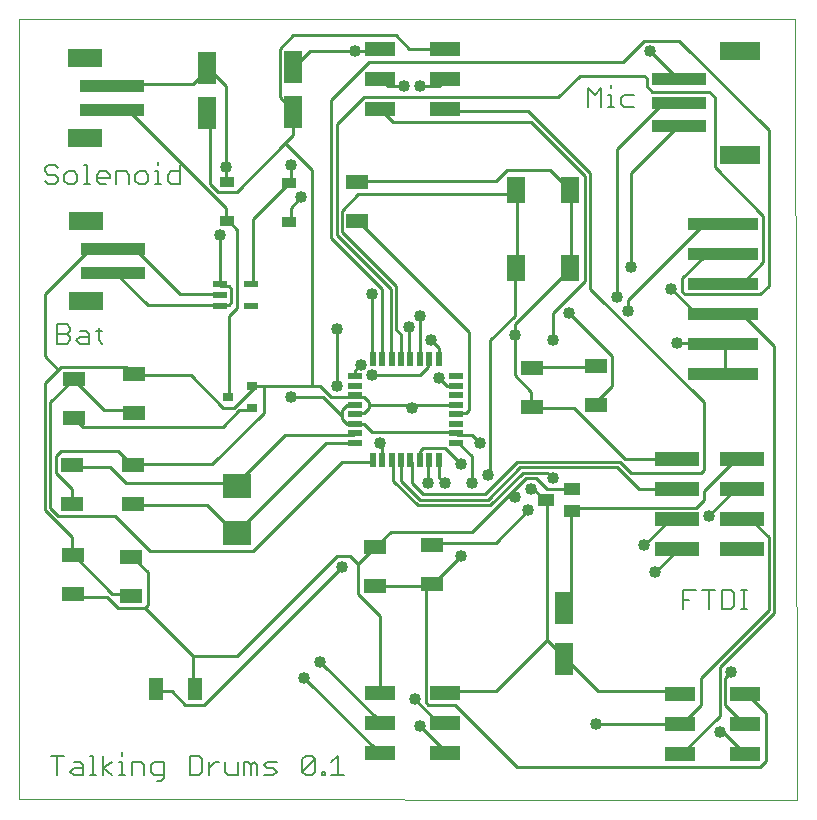
<source format=gtl>
G75*
%MOIN*%
%OFA0B0*%
%FSLAX25Y25*%
%IPPOS*%
%LPD*%
%AMOC8*
5,1,8,0,0,1.08239X$1,22.5*
%
%ADD10C,0.00000*%
%ADD11C,0.00600*%
%ADD12R,0.07500X0.05000*%
%ADD13R,0.09449X0.07874*%
%ADD14R,0.10000X0.05000*%
%ADD15R,0.03500X0.03100*%
%ADD16R,0.11811X0.06299*%
%ADD17R,0.21654X0.03937*%
%ADD18R,0.05512X0.03937*%
%ADD19R,0.15000X0.05000*%
%ADD20R,0.06000X0.09000*%
%ADD21R,0.05000X0.02200*%
%ADD22R,0.02200X0.05000*%
%ADD23R,0.04724X0.02165*%
%ADD24R,0.06299X0.11000*%
%ADD25R,0.05000X0.07500*%
%ADD26R,0.04803X0.03583*%
%ADD27R,0.23622X0.04016*%
%ADD28R,0.18110X0.03937*%
%ADD29R,0.13386X0.06299*%
%ADD30C,0.01000*%
%ADD31C,0.04000*%
D10*
X0001000Y0001394D02*
X0001000Y0261472D01*
X0259543Y0261472D01*
X0260331Y0001000D01*
X0001000Y0001394D01*
D11*
X0013671Y0009568D02*
X0013671Y0015973D01*
X0011536Y0015973D02*
X0015807Y0015973D01*
X0019049Y0013838D02*
X0021184Y0013838D01*
X0022252Y0012770D01*
X0022252Y0009568D01*
X0019049Y0009568D01*
X0017982Y0010635D01*
X0019049Y0011703D01*
X0022252Y0011703D01*
X0024427Y0009568D02*
X0026562Y0009568D01*
X0025495Y0009568D02*
X0025495Y0015973D01*
X0024427Y0015973D01*
X0028724Y0015973D02*
X0028724Y0009568D01*
X0028724Y0011703D02*
X0031927Y0013838D01*
X0034095Y0013838D02*
X0035163Y0013838D01*
X0035163Y0009568D01*
X0034095Y0009568D02*
X0036231Y0009568D01*
X0038392Y0009568D02*
X0038392Y0013838D01*
X0041595Y0013838D01*
X0042663Y0012770D01*
X0042663Y0009568D01*
X0044838Y0010635D02*
X0044838Y0012770D01*
X0045906Y0013838D01*
X0049108Y0013838D01*
X0049108Y0008500D01*
X0048041Y0007433D01*
X0046973Y0007433D01*
X0045906Y0009568D02*
X0049108Y0009568D01*
X0045906Y0009568D02*
X0044838Y0010635D01*
X0035163Y0015973D02*
X0035163Y0017041D01*
X0031927Y0009568D02*
X0028724Y0011703D01*
X0057729Y0009568D02*
X0060932Y0009568D01*
X0061999Y0010635D01*
X0061999Y0014906D01*
X0060932Y0015973D01*
X0057729Y0015973D01*
X0057729Y0009568D01*
X0064174Y0009568D02*
X0064174Y0013838D01*
X0064174Y0011703D02*
X0066310Y0013838D01*
X0067377Y0013838D01*
X0069546Y0013838D02*
X0069546Y0010635D01*
X0070613Y0009568D01*
X0073816Y0009568D01*
X0073816Y0013838D01*
X0075991Y0013838D02*
X0075991Y0009568D01*
X0078126Y0009568D02*
X0078126Y0012770D01*
X0079194Y0013838D01*
X0080262Y0012770D01*
X0080262Y0009568D01*
X0082437Y0009568D02*
X0085639Y0009568D01*
X0086707Y0010635D01*
X0085639Y0011703D01*
X0083504Y0011703D01*
X0082437Y0012770D01*
X0083504Y0013838D01*
X0086707Y0013838D01*
X0095328Y0014906D02*
X0095328Y0010635D01*
X0099598Y0014906D01*
X0099598Y0010635D01*
X0098530Y0009568D01*
X0096395Y0009568D01*
X0095328Y0010635D01*
X0095328Y0014906D02*
X0096395Y0015973D01*
X0098530Y0015973D01*
X0099598Y0014906D01*
X0101773Y0010635D02*
X0102841Y0010635D01*
X0102841Y0009568D01*
X0101773Y0009568D01*
X0101773Y0010635D01*
X0104996Y0009568D02*
X0109266Y0009568D01*
X0107131Y0009568D02*
X0107131Y0015973D01*
X0104996Y0013838D01*
X0078126Y0012770D02*
X0077059Y0013838D01*
X0075991Y0013838D01*
X0028531Y0153269D02*
X0027463Y0154336D01*
X0027463Y0158606D01*
X0026396Y0157539D02*
X0028531Y0157539D01*
X0024221Y0156471D02*
X0024221Y0153269D01*
X0021018Y0153269D01*
X0019950Y0154336D01*
X0021018Y0155404D01*
X0024221Y0155404D01*
X0024221Y0156471D02*
X0023153Y0157539D01*
X0021018Y0157539D01*
X0017775Y0157539D02*
X0016707Y0156471D01*
X0013505Y0156471D01*
X0016707Y0156471D02*
X0017775Y0155404D01*
X0017775Y0154336D01*
X0016707Y0153269D01*
X0013505Y0153269D01*
X0013505Y0159674D01*
X0016707Y0159674D01*
X0017775Y0158606D01*
X0017775Y0157539D01*
X0017081Y0206418D02*
X0016013Y0207486D01*
X0016013Y0209621D01*
X0017081Y0210688D01*
X0019216Y0210688D01*
X0020284Y0209621D01*
X0020284Y0207486D01*
X0019216Y0206418D01*
X0017081Y0206418D01*
X0013838Y0207486D02*
X0012770Y0206418D01*
X0010635Y0206418D01*
X0009568Y0207486D01*
X0010635Y0209621D02*
X0009568Y0210688D01*
X0009568Y0211756D01*
X0010635Y0212824D01*
X0012770Y0212824D01*
X0013838Y0211756D01*
X0012770Y0209621D02*
X0013838Y0208553D01*
X0013838Y0207486D01*
X0012770Y0209621D02*
X0010635Y0209621D01*
X0022459Y0212824D02*
X0023526Y0212824D01*
X0023526Y0206418D01*
X0022459Y0206418D02*
X0024594Y0206418D01*
X0026756Y0207486D02*
X0026756Y0209621D01*
X0027823Y0210688D01*
X0029958Y0210688D01*
X0031026Y0209621D01*
X0031026Y0208553D01*
X0026756Y0208553D01*
X0026756Y0207486D02*
X0027823Y0206418D01*
X0029958Y0206418D01*
X0033201Y0206418D02*
X0033201Y0210688D01*
X0036404Y0210688D01*
X0037472Y0209621D01*
X0037472Y0206418D01*
X0039647Y0207486D02*
X0039647Y0209621D01*
X0040714Y0210688D01*
X0042849Y0210688D01*
X0043917Y0209621D01*
X0043917Y0207486D01*
X0042849Y0206418D01*
X0040714Y0206418D01*
X0039647Y0207486D01*
X0046092Y0206418D02*
X0048227Y0206418D01*
X0047160Y0206418D02*
X0047160Y0210688D01*
X0046092Y0210688D01*
X0047160Y0212824D02*
X0047160Y0213891D01*
X0050389Y0209621D02*
X0051457Y0210688D01*
X0054660Y0210688D01*
X0054660Y0212824D02*
X0054660Y0206418D01*
X0051457Y0206418D01*
X0050389Y0207486D01*
X0050389Y0209621D01*
X0190670Y0232009D02*
X0190670Y0238414D01*
X0192805Y0236279D01*
X0194940Y0238414D01*
X0194940Y0232009D01*
X0197116Y0232009D02*
X0199251Y0232009D01*
X0198183Y0232009D02*
X0198183Y0236279D01*
X0197116Y0236279D01*
X0198183Y0238414D02*
X0198183Y0239482D01*
X0201413Y0235211D02*
X0201413Y0233076D01*
X0202480Y0232009D01*
X0205683Y0232009D01*
X0205683Y0236279D02*
X0202480Y0236279D01*
X0201413Y0235211D01*
X0222166Y0071091D02*
X0226436Y0071091D01*
X0228612Y0071091D02*
X0232882Y0071091D01*
X0230747Y0071091D02*
X0230747Y0064686D01*
X0235057Y0064686D02*
X0238260Y0064686D01*
X0239327Y0065753D01*
X0239327Y0070024D01*
X0238260Y0071091D01*
X0235057Y0071091D01*
X0235057Y0064686D01*
X0241503Y0064686D02*
X0243638Y0064686D01*
X0242570Y0064686D02*
X0242570Y0071091D01*
X0241503Y0071091D02*
X0243638Y0071091D01*
X0224301Y0067889D02*
X0222166Y0067889D01*
X0222166Y0071091D02*
X0222166Y0064686D01*
D12*
X0193047Y0132846D03*
X0193047Y0145846D03*
X0171906Y0145098D03*
X0171906Y0132098D03*
X0138598Y0086201D03*
X0138598Y0073201D03*
X0119661Y0072374D03*
X0119661Y0085374D03*
X0038323Y0082106D03*
X0038323Y0069106D03*
X0018835Y0069736D03*
X0018835Y0082736D03*
X0018638Y0099854D03*
X0018638Y0112854D03*
X0019110Y0128358D03*
X0019110Y0141358D03*
X0039031Y0143248D03*
X0039031Y0130248D03*
X0038835Y0112776D03*
X0038835Y0099776D03*
X0113598Y0194106D03*
X0113598Y0207106D03*
D13*
X0073362Y0105803D03*
X0073362Y0090055D03*
D14*
X0121315Y0036984D03*
X0121315Y0026984D03*
X0121315Y0016984D03*
X0142811Y0016984D03*
X0142811Y0026984D03*
X0142811Y0036984D03*
X0221236Y0036591D03*
X0221236Y0026591D03*
X0221236Y0016591D03*
X0242732Y0016591D03*
X0242732Y0026591D03*
X0242732Y0036591D03*
X0142811Y0231551D03*
X0142811Y0241551D03*
X0142811Y0251551D03*
X0121315Y0251551D03*
X0121315Y0241551D03*
X0121315Y0231551D03*
D15*
X0078465Y0139306D03*
X0078465Y0131706D03*
X0070465Y0135506D03*
D16*
X0023165Y0167535D03*
X0023165Y0194307D03*
X0022929Y0221787D03*
X0022929Y0248559D03*
D17*
X0031866Y0239110D03*
X0031866Y0231236D03*
X0032102Y0184858D03*
X0032102Y0176984D03*
D18*
X0176591Y0101197D03*
X0185252Y0104937D03*
X0185252Y0097457D03*
D19*
X0220291Y0094780D03*
X0220291Y0104780D03*
X0220291Y0114780D03*
X0241891Y0114780D03*
X0241891Y0104780D03*
X0241891Y0094780D03*
X0241891Y0084780D03*
X0220291Y0084780D03*
D20*
X0184409Y0178551D03*
X0166409Y0178551D03*
X0166409Y0204551D03*
X0184409Y0204551D03*
D21*
X0146640Y0142339D03*
X0146640Y0139189D03*
X0146640Y0136039D03*
X0146640Y0132890D03*
X0146640Y0129740D03*
X0146640Y0126591D03*
X0146640Y0123441D03*
X0146640Y0120291D03*
X0112840Y0120291D03*
X0112840Y0123441D03*
X0112840Y0126591D03*
X0112840Y0129740D03*
X0112840Y0132890D03*
X0112840Y0136039D03*
X0112840Y0139189D03*
X0112840Y0142339D03*
D22*
X0118717Y0148215D03*
X0121866Y0148215D03*
X0125016Y0148215D03*
X0128165Y0148215D03*
X0131315Y0148215D03*
X0134465Y0148215D03*
X0137614Y0148215D03*
X0140764Y0148215D03*
X0140764Y0114415D03*
X0137614Y0114415D03*
X0134465Y0114415D03*
X0131315Y0114415D03*
X0128165Y0114415D03*
X0125016Y0114415D03*
X0121866Y0114415D03*
X0118717Y0114415D03*
D23*
X0078165Y0165764D03*
X0078165Y0173244D03*
X0067929Y0173244D03*
X0067929Y0169504D03*
X0067929Y0165764D03*
D24*
X0063598Y0230157D03*
X0063598Y0245094D03*
X0092339Y0245488D03*
X0092339Y0230551D03*
X0182496Y0065173D03*
X0182496Y0048268D03*
D25*
X0059469Y0038008D03*
X0046469Y0038008D03*
D26*
X0070291Y0194159D03*
X0070291Y0207053D03*
X0090764Y0206659D03*
X0090764Y0193766D03*
D27*
X0235646Y0193126D03*
X0235646Y0183126D03*
X0235646Y0173126D03*
X0235646Y0163126D03*
X0235646Y0153126D03*
X0235646Y0143126D03*
D28*
X0220803Y0225764D03*
X0220803Y0233638D03*
X0220803Y0241512D03*
D29*
X0241276Y0250961D03*
X0241276Y0216315D03*
D30*
X0232694Y0211994D02*
X0248894Y0195794D01*
X0248894Y0180494D01*
X0241694Y0173294D01*
X0236294Y0173294D01*
X0235646Y0173126D01*
X0235394Y0182294D02*
X0229094Y0182294D01*
X0221894Y0175094D01*
X0221894Y0170594D01*
X0222794Y0169694D01*
X0247994Y0169694D01*
X0250694Y0172394D01*
X0250694Y0224594D01*
X0220994Y0254294D01*
X0209294Y0254294D01*
X0202094Y0247094D01*
X0117494Y0247094D01*
X0104894Y0234494D01*
X0104894Y0188594D01*
X0121994Y0171494D01*
X0121994Y0148994D01*
X0121866Y0148215D01*
X0124694Y0148994D02*
X0125016Y0148215D01*
X0124694Y0148994D02*
X0124694Y0171494D01*
X0106694Y0189494D01*
X0106694Y0226394D01*
X0115694Y0235394D01*
X0180494Y0235394D01*
X0187694Y0242594D01*
X0209294Y0242594D01*
X0210194Y0241694D01*
X0210194Y0238994D01*
X0211994Y0237194D01*
X0230894Y0237194D01*
X0232694Y0235394D01*
X0232694Y0211994D01*
X0220803Y0225764D02*
X0220094Y0225494D01*
X0204794Y0210194D01*
X0204794Y0178694D01*
X0203894Y0167894D02*
X0229094Y0193094D01*
X0235394Y0193094D01*
X0235646Y0193126D01*
X0235646Y0183126D02*
X0235394Y0182294D01*
X0235394Y0163394D02*
X0226394Y0163394D01*
X0218294Y0171494D01*
X0203894Y0167894D02*
X0203894Y0164294D01*
X0200294Y0168794D02*
X0200294Y0218294D01*
X0215594Y0233594D01*
X0220094Y0233594D01*
X0220803Y0233638D01*
X0220803Y0241512D02*
X0220094Y0241694D01*
X0211094Y0250694D01*
X0170594Y0230894D02*
X0191294Y0210194D01*
X0191294Y0171494D01*
X0229094Y0133694D01*
X0229094Y0111194D01*
X0228194Y0110294D01*
X0204794Y0110294D01*
X0201194Y0113894D01*
X0166994Y0113894D01*
X0156194Y0103094D01*
X0135494Y0103094D01*
X0131894Y0106694D01*
X0131894Y0113894D01*
X0131315Y0114415D01*
X0128294Y0113894D02*
X0128165Y0114415D01*
X0128294Y0113894D02*
X0128294Y0107594D01*
X0134594Y0101294D01*
X0157094Y0101294D01*
X0167894Y0112094D01*
X0200294Y0112094D01*
X0207494Y0104894D01*
X0220094Y0104894D01*
X0220291Y0104780D01*
X0226394Y0098594D02*
X0186794Y0098594D01*
X0185894Y0097694D01*
X0185252Y0097457D01*
X0184994Y0096794D01*
X0184994Y0067094D01*
X0183194Y0065294D01*
X0182496Y0065173D01*
X0176894Y0054494D02*
X0159794Y0037394D01*
X0143594Y0037394D01*
X0142811Y0036984D01*
X0146294Y0032894D02*
X0137294Y0032894D01*
X0136394Y0033794D01*
X0136394Y0072494D01*
X0138598Y0073201D01*
X0139094Y0073394D01*
X0148094Y0082394D01*
X0151694Y0090494D02*
X0124694Y0090494D01*
X0120194Y0085994D01*
X0119661Y0085374D01*
X0119294Y0085094D01*
X0113894Y0079694D01*
X0111194Y0082394D01*
X0106694Y0082394D01*
X0073394Y0049094D01*
X0058994Y0049094D01*
X0042794Y0065294D01*
X0043694Y0066194D01*
X0043694Y0076994D01*
X0039194Y0081494D01*
X0038323Y0082106D01*
X0044594Y0084194D02*
X0032894Y0095894D01*
X0013994Y0095894D01*
X0011294Y0098594D01*
X0011294Y0133694D01*
X0018494Y0140894D01*
X0019110Y0141358D01*
X0019394Y0140894D01*
X0029294Y0130994D01*
X0038294Y0130994D01*
X0039031Y0130248D01*
X0033794Y0117494D02*
X0038294Y0112994D01*
X0038835Y0112776D01*
X0039194Y0112994D01*
X0065294Y0112994D01*
X0082394Y0130094D01*
X0082394Y0139094D01*
X0079694Y0139094D01*
X0078465Y0139306D01*
X0078794Y0139094D01*
X0079694Y0139094D01*
X0072494Y0131894D01*
X0068894Y0131894D01*
X0058094Y0142694D01*
X0039194Y0142694D01*
X0039031Y0143248D01*
X0038294Y0143594D01*
X0036494Y0145394D01*
X0014894Y0145394D01*
X0013994Y0144494D01*
X0009494Y0148994D01*
X0009494Y0169694D01*
X0023894Y0184094D01*
X0031994Y0184094D01*
X0032102Y0184858D01*
X0032894Y0184094D01*
X0040094Y0184094D01*
X0054494Y0169694D01*
X0067094Y0169694D01*
X0067929Y0169504D01*
X0067994Y0172394D02*
X0067929Y0173244D01*
X0067994Y0173294D01*
X0067994Y0189494D01*
X0070291Y0194159D02*
X0069794Y0194894D01*
X0069794Y0198494D01*
X0037394Y0230894D01*
X0031994Y0230894D01*
X0031866Y0231236D01*
X0031866Y0239110D02*
X0031994Y0239894D01*
X0058994Y0239894D01*
X0063494Y0244394D01*
X0063598Y0245094D01*
X0064394Y0244394D01*
X0069794Y0238994D01*
X0069794Y0211994D01*
X0069794Y0207494D01*
X0070291Y0207053D01*
X0073394Y0203894D02*
X0067094Y0203894D01*
X0064394Y0206594D01*
X0064394Y0229994D01*
X0063598Y0230157D01*
X0087794Y0235394D02*
X0092294Y0230894D01*
X0092339Y0230551D01*
X0092294Y0229994D01*
X0092294Y0222794D01*
X0089594Y0220094D01*
X0098594Y0211094D01*
X0098594Y0139094D01*
X0082394Y0139094D01*
X0078465Y0131706D02*
X0077894Y0130994D01*
X0074294Y0130994D01*
X0068894Y0125594D01*
X0022094Y0125594D01*
X0019394Y0128294D01*
X0019110Y0128358D01*
X0014894Y0117494D02*
X0033794Y0117494D01*
X0031094Y0112094D02*
X0036494Y0106694D01*
X0072494Y0106694D01*
X0073362Y0105803D01*
X0073394Y0106694D01*
X0089594Y0122894D01*
X0112094Y0122894D01*
X0112840Y0123441D01*
X0112994Y0126494D02*
X0112840Y0126591D01*
X0112094Y0126494D01*
X0110294Y0126494D01*
X0108494Y0128294D01*
X0108494Y0129194D01*
X0102194Y0135494D01*
X0091394Y0135494D01*
X0098594Y0139094D02*
X0101294Y0139094D01*
X0104894Y0135494D01*
X0112094Y0135494D01*
X0112840Y0136039D01*
X0112994Y0135494D01*
X0115694Y0135494D01*
X0117494Y0133694D01*
X0117494Y0132794D01*
X0131894Y0132794D01*
X0131894Y0131894D01*
X0131894Y0132794D02*
X0146294Y0132794D01*
X0146640Y0132890D01*
X0147194Y0130094D02*
X0146640Y0129740D01*
X0147194Y0130094D02*
X0149894Y0130094D01*
X0150794Y0130994D01*
X0150794Y0157094D01*
X0113894Y0193994D01*
X0113598Y0194106D01*
X0108494Y0197594D02*
X0108494Y0190394D01*
X0126494Y0172394D01*
X0126494Y0157994D01*
X0128294Y0156194D01*
X0128294Y0148994D01*
X0128165Y0148215D01*
X0130994Y0148994D02*
X0131315Y0148215D01*
X0130994Y0148994D02*
X0130994Y0158894D01*
X0134594Y0162494D02*
X0134594Y0148994D01*
X0134465Y0148215D01*
X0137294Y0148094D02*
X0137294Y0145394D01*
X0134594Y0142694D01*
X0118394Y0142694D01*
X0114794Y0146294D02*
X0112994Y0144494D01*
X0112994Y0142694D01*
X0112840Y0142339D01*
X0118717Y0148215D02*
X0118394Y0148994D01*
X0118394Y0169694D01*
X0106694Y0157994D02*
X0106694Y0139094D01*
X0110294Y0132794D02*
X0108494Y0130994D01*
X0108494Y0129194D01*
X0110294Y0132794D02*
X0112094Y0132794D01*
X0112840Y0132890D01*
X0112994Y0130094D02*
X0112840Y0129740D01*
X0112994Y0130094D02*
X0115694Y0130094D01*
X0117494Y0131894D01*
X0117494Y0132794D01*
X0115694Y0126494D02*
X0112994Y0126494D01*
X0115694Y0126494D02*
X0118394Y0123794D01*
X0146294Y0123794D01*
X0146640Y0123441D01*
X0147194Y0122894D01*
X0151694Y0122894D01*
X0154394Y0120194D01*
X0151694Y0115694D02*
X0151694Y0106694D01*
X0157094Y0109394D02*
X0157994Y0110294D01*
X0157994Y0154394D01*
X0166094Y0162494D01*
X0166094Y0177794D01*
X0166409Y0178551D01*
X0166994Y0178694D01*
X0166994Y0203894D01*
X0166409Y0204551D01*
X0166094Y0203894D01*
X0165194Y0202994D01*
X0113894Y0202994D01*
X0108494Y0197594D01*
X0113598Y0207106D02*
X0113894Y0207494D01*
X0159794Y0207494D01*
X0163394Y0211094D01*
X0177794Y0211094D01*
X0184094Y0204794D01*
X0184409Y0204551D01*
X0184994Y0203894D01*
X0184994Y0178694D01*
X0184409Y0178551D01*
X0184094Y0177794D01*
X0166094Y0159794D01*
X0166094Y0156194D01*
X0166094Y0142694D01*
X0171494Y0137294D01*
X0171494Y0132794D01*
X0171906Y0132098D01*
X0172394Y0131894D01*
X0185894Y0131894D01*
X0202994Y0114794D01*
X0220094Y0114794D01*
X0220291Y0114780D01*
X0229094Y0103994D02*
X0229094Y0101294D01*
X0226394Y0098594D01*
X0230894Y0095894D02*
X0238994Y0103994D01*
X0241694Y0103994D01*
X0241891Y0104780D01*
X0241694Y0113894D02*
X0238994Y0113894D01*
X0229094Y0103994D01*
X0220291Y0094780D02*
X0220094Y0094094D01*
X0217394Y0094094D01*
X0209294Y0085994D01*
X0212894Y0076994D02*
X0220094Y0084194D01*
X0220291Y0084780D01*
X0241891Y0094780D02*
X0242594Y0094094D01*
X0245294Y0094094D01*
X0250694Y0088694D01*
X0250694Y0064394D01*
X0228194Y0041894D01*
X0228194Y0032894D01*
X0221894Y0026594D01*
X0221236Y0026591D01*
X0220994Y0026594D01*
X0193094Y0026594D01*
X0193994Y0037394D02*
X0183194Y0048194D01*
X0182496Y0048268D01*
X0182294Y0049094D01*
X0176894Y0054494D01*
X0176894Y0100394D01*
X0176591Y0101197D01*
X0175994Y0101294D01*
X0172394Y0104894D01*
X0171494Y0104894D01*
X0169694Y0108494D02*
X0173294Y0108494D01*
X0176894Y0104894D01*
X0184994Y0104894D01*
X0185252Y0104937D01*
X0178694Y0108494D02*
X0176894Y0110294D01*
X0168794Y0110294D01*
X0157994Y0099494D01*
X0133694Y0099494D01*
X0125594Y0107594D01*
X0125594Y0113894D01*
X0125016Y0114415D01*
X0121994Y0114794D02*
X0121994Y0119294D01*
X0121094Y0120194D01*
X0121994Y0114794D02*
X0121866Y0114415D01*
X0118717Y0114415D02*
X0118394Y0113894D01*
X0108494Y0113894D01*
X0078794Y0084194D01*
X0044594Y0084194D01*
X0038294Y0069794D02*
X0031994Y0069794D01*
X0019394Y0082394D01*
X0018835Y0082736D01*
X0018494Y0083294D01*
X0018494Y0088694D01*
X0009494Y0097694D01*
X0009494Y0139994D01*
X0013994Y0144494D01*
X0014894Y0117494D02*
X0013094Y0115694D01*
X0013094Y0110294D01*
X0018494Y0104894D01*
X0018494Y0100394D01*
X0018638Y0099854D01*
X0019394Y0112094D02*
X0018638Y0112854D01*
X0019394Y0112094D02*
X0031094Y0112094D01*
X0038835Y0099776D02*
X0039194Y0099494D01*
X0063494Y0099494D01*
X0072494Y0090494D01*
X0073362Y0090055D01*
X0073394Y0090494D01*
X0103094Y0120194D01*
X0112094Y0120194D01*
X0112840Y0120291D01*
X0134594Y0117494D02*
X0134594Y0114794D01*
X0134465Y0114415D01*
X0137294Y0113894D02*
X0137614Y0114415D01*
X0137294Y0113894D02*
X0137294Y0106694D01*
X0140894Y0108494D02*
X0142694Y0106694D01*
X0140894Y0108494D02*
X0140894Y0113894D01*
X0140764Y0114415D01*
X0142694Y0118394D02*
X0148094Y0112994D01*
X0151694Y0115694D02*
X0147194Y0120194D01*
X0146640Y0120291D01*
X0142694Y0118394D02*
X0135494Y0118394D01*
X0134594Y0117494D01*
X0143594Y0139094D02*
X0140894Y0141794D01*
X0143594Y0139094D02*
X0146294Y0139094D01*
X0146640Y0139189D01*
X0140764Y0148215D02*
X0140894Y0148994D01*
X0140894Y0151694D01*
X0138194Y0154394D01*
X0137614Y0148215D02*
X0137294Y0148094D01*
X0171906Y0145098D02*
X0172394Y0145394D01*
X0192194Y0145394D01*
X0193047Y0145846D01*
X0198494Y0148994D02*
X0198494Y0139094D01*
X0193094Y0133694D01*
X0193047Y0132846D01*
X0198494Y0148994D02*
X0184094Y0163394D01*
X0178694Y0163394D02*
X0189494Y0174194D01*
X0189494Y0209294D01*
X0171494Y0227294D01*
X0125594Y0227294D01*
X0121994Y0230894D01*
X0121315Y0231551D01*
X0123794Y0238994D02*
X0121994Y0240794D01*
X0121315Y0241551D01*
X0123794Y0238994D02*
X0129194Y0238994D01*
X0134594Y0238994D02*
X0140894Y0238994D01*
X0142694Y0240794D01*
X0142811Y0241551D01*
X0142811Y0231551D02*
X0143594Y0230894D01*
X0170594Y0230894D01*
X0142811Y0251551D02*
X0142694Y0251594D01*
X0130994Y0251594D01*
X0126494Y0256094D01*
X0092294Y0256094D01*
X0087794Y0251594D01*
X0087794Y0235394D01*
X0092339Y0245488D02*
X0093194Y0246194D01*
X0097694Y0250694D01*
X0112994Y0250694D01*
X0121094Y0250694D01*
X0121315Y0251551D01*
X0089594Y0220094D02*
X0073394Y0203894D01*
X0070291Y0194159D02*
X0070694Y0193994D01*
X0073394Y0191294D01*
X0073394Y0165194D01*
X0070694Y0162494D01*
X0070694Y0136394D01*
X0070465Y0135506D01*
X0067929Y0165764D02*
X0067094Y0166094D01*
X0043694Y0166094D01*
X0032894Y0176894D01*
X0032102Y0176984D01*
X0067994Y0166094D02*
X0067929Y0165764D01*
X0067994Y0166094D02*
X0070694Y0166094D01*
X0071594Y0166994D01*
X0071594Y0171494D01*
X0070694Y0172394D01*
X0067994Y0172394D01*
X0078165Y0173244D02*
X0078794Y0173294D01*
X0078794Y0194894D01*
X0090494Y0206594D01*
X0090764Y0206659D01*
X0091394Y0207494D01*
X0091394Y0212894D01*
X0094994Y0202094D02*
X0091394Y0198494D01*
X0091394Y0193994D01*
X0090764Y0193766D01*
X0169694Y0108494D02*
X0163394Y0102194D01*
X0166094Y0102194D01*
X0163394Y0102194D02*
X0151694Y0090494D01*
X0159794Y0086894D02*
X0170594Y0097694D01*
X0159794Y0086894D02*
X0139094Y0086894D01*
X0138598Y0086201D01*
X0138598Y0073201D02*
X0138194Y0072494D01*
X0136394Y0072494D01*
X0120194Y0072494D01*
X0119661Y0072374D01*
X0113894Y0069794D02*
X0113894Y0079694D01*
X0108494Y0078794D02*
X0062594Y0032894D01*
X0056294Y0032894D01*
X0051794Y0037394D01*
X0047294Y0037394D01*
X0046469Y0038008D01*
X0058994Y0038294D02*
X0059469Y0038008D01*
X0058994Y0038294D02*
X0058994Y0049094D01*
X0042794Y0065294D02*
X0033794Y0065294D01*
X0030194Y0068894D01*
X0019394Y0068894D01*
X0018835Y0069736D01*
X0038294Y0069794D02*
X0038323Y0069106D01*
X0095894Y0041894D02*
X0121094Y0016694D01*
X0121315Y0016984D01*
X0121315Y0026984D02*
X0121094Y0027494D01*
X0101294Y0047294D01*
X0121094Y0037394D02*
X0121315Y0036984D01*
X0121094Y0037394D02*
X0121094Y0062594D01*
X0113894Y0069794D01*
X0132794Y0034694D02*
X0139994Y0027494D01*
X0142694Y0027494D01*
X0142811Y0026984D01*
X0146294Y0032894D02*
X0166994Y0012194D01*
X0247994Y0012194D01*
X0249794Y0013994D01*
X0249794Y0030194D01*
X0243494Y0036494D01*
X0242732Y0036591D01*
X0236294Y0032894D02*
X0236294Y0041894D01*
X0238094Y0043694D01*
X0234494Y0045494D02*
X0252494Y0063494D01*
X0252494Y0152594D01*
X0242594Y0162494D01*
X0236294Y0162494D01*
X0235646Y0163126D01*
X0235394Y0163394D01*
X0235394Y0153494D02*
X0235646Y0153126D01*
X0236294Y0152594D01*
X0236294Y0143594D01*
X0235646Y0143126D01*
X0235394Y0153494D02*
X0220094Y0153494D01*
X0241891Y0114780D02*
X0241694Y0113894D01*
X0234494Y0045494D02*
X0234494Y0029294D01*
X0221894Y0016694D01*
X0221236Y0016591D01*
X0234494Y0023894D02*
X0235394Y0023894D01*
X0242594Y0016694D01*
X0242732Y0016591D01*
X0242732Y0026591D02*
X0242594Y0026594D01*
X0236294Y0032894D01*
X0221236Y0036591D02*
X0220994Y0037394D01*
X0193994Y0037394D01*
X0142694Y0017594D02*
X0142811Y0016984D01*
X0142694Y0017594D02*
X0134594Y0025694D01*
X0178694Y0154394D02*
X0178694Y0163394D01*
D31*
X0184094Y0163394D03*
X0178694Y0154394D03*
X0166094Y0156194D03*
X0140894Y0141794D03*
X0131894Y0131894D03*
X0121094Y0120194D03*
X0137294Y0106694D03*
X0142694Y0106694D03*
X0148094Y0112994D03*
X0151694Y0106694D03*
X0157094Y0109394D03*
X0166094Y0102194D03*
X0171494Y0104894D03*
X0170594Y0097694D03*
X0178694Y0108494D03*
X0154394Y0120194D03*
X0138194Y0154394D03*
X0130994Y0158894D03*
X0134594Y0162494D03*
X0118394Y0169694D03*
X0106694Y0157994D03*
X0114794Y0146294D03*
X0118394Y0142694D03*
X0106694Y0139094D03*
X0091394Y0135494D03*
X0067994Y0189494D03*
X0069794Y0211994D03*
X0091394Y0212894D03*
X0094994Y0202094D03*
X0129194Y0238994D03*
X0134594Y0238994D03*
X0112994Y0250694D03*
X0200294Y0168794D03*
X0203894Y0164294D03*
X0218294Y0171494D03*
X0204794Y0178694D03*
X0220094Y0153494D03*
X0230894Y0095894D03*
X0212894Y0076994D03*
X0209294Y0085994D03*
X0238094Y0043694D03*
X0234494Y0023894D03*
X0193094Y0026594D03*
X0148094Y0082394D03*
X0108494Y0078794D03*
X0101294Y0047294D03*
X0095894Y0041894D03*
X0132794Y0034694D03*
X0134594Y0025694D03*
X0211094Y0250694D03*
M02*

</source>
